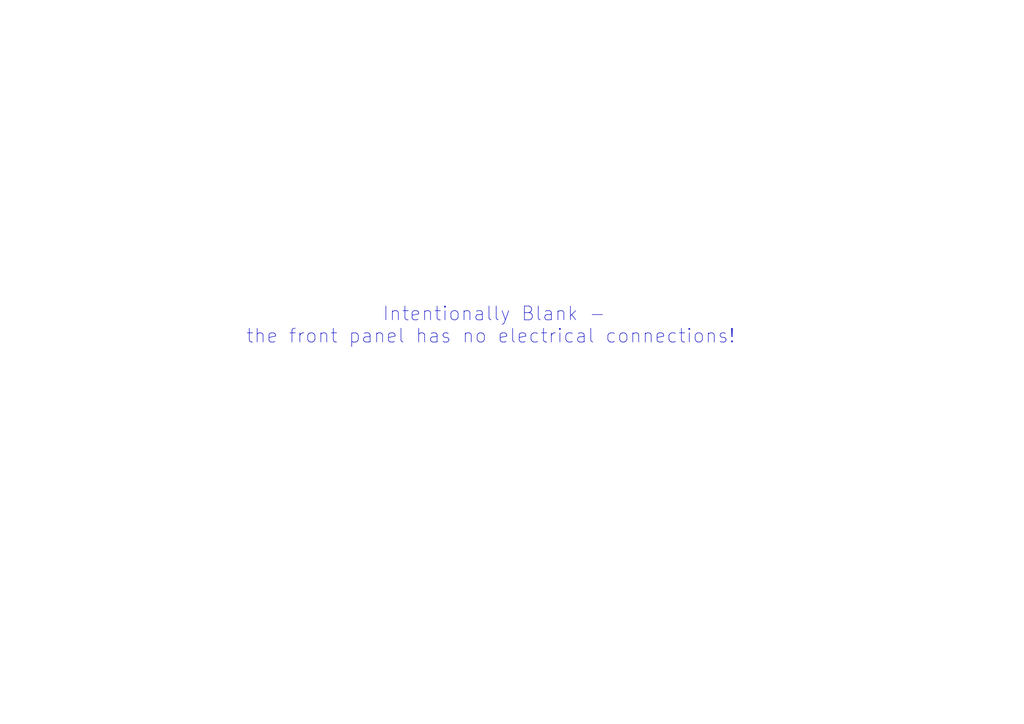
<source format=kicad_sch>
(kicad_sch (version 20230121) (generator eeschema)
  (paper "A4")
  (title_block (title "m0xpd PATCH Front Panel") (comment 1 "Published under CC BY-SA 4.0 License") (comment 2 "See: https://github.com/m0xpd/PATCH/"))
  (lib_symbols)
  (text "             Intentionally Blank -\nthe front panel has no electrical connections!" (at 71.247 99.949 0) (effects (font (size 4 4)) (justify left bottom)))
)
</source>
